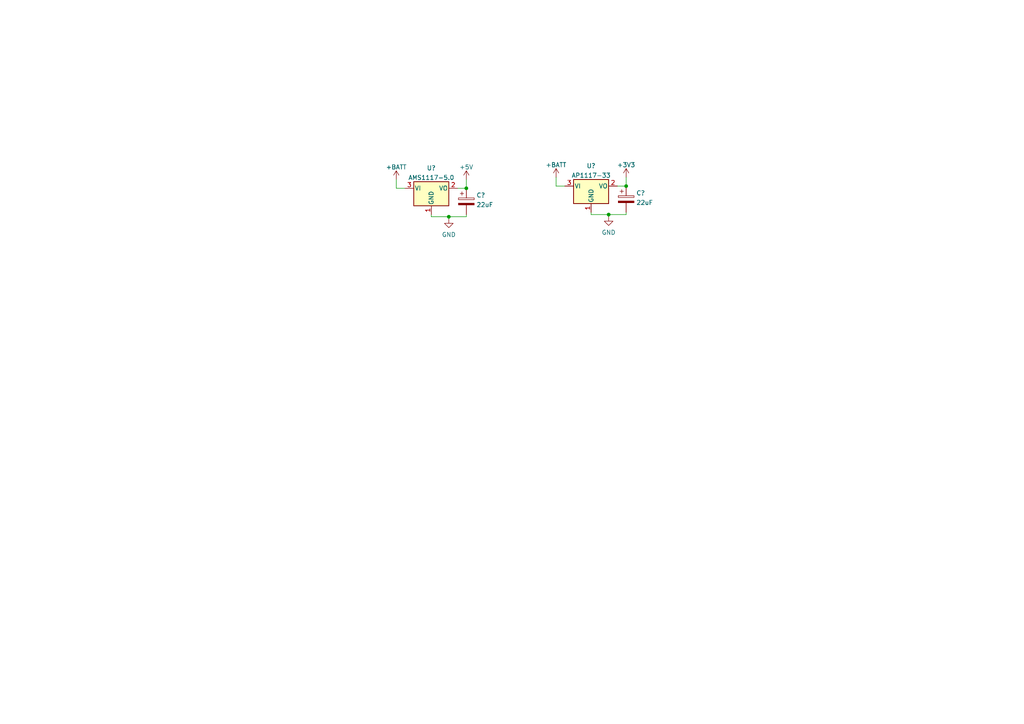
<source format=kicad_sch>
(kicad_sch (version 20211123) (generator eeschema)
  (paper "A4")
  (lib_symbols
    (symbol "Device:C_Polarized" (pin_numbers hide) (pin_names (offset 0.254))
      (property "Reference" "C" (at 0.635 2.54 0))
      (property "Value" "C_Polarized" (at 0.635 -2.54 0))
      (symbol "C_Polarized_0_1"
        (rectangle (start -2.286 0.508) (end 2.286 1.016))
        (polyline (pts (xy -1.778 2.286) (xy -0.762 2.286)))
        (polyline (pts (xy -1.27 2.794) (xy -1.27 1.778)))
        (rectangle (start 2.286 -0.508) (end -2.286 -1.016) (fill (type outline)))
      )
      (symbol "C_Polarized_1_1"
        (pin passive line (at 0 3.81 270) (length 2.794) (name "~") (number "1"))
        (pin passive line (at 0 -3.81 90) (length 2.794) (name "~") (number "2"))
      )
    )
    (symbol "Regulator_Linear:AMS1117-5.0" (pin_names (offset 0.254))
      (property "Reference" "U" (at -3.81 3.175 0))
      (property "Value" "AMS1117-5.0" (at 0 3.175 0))
      (symbol "AMS1117-5.0_0_1"
        (rectangle (start -5.08 -5.08) (end 5.08 1.905) (stroke (width 0.254)) (fill (type background)))
      )
      (symbol "AMS1117-5.0_1_1"
        (pin power_in line (at 0 -7.62 90) (length 2.54) (name "GND") (number "1"))
        (pin power_out line (at 7.62 0 180) (length 2.54) (name "VO") (number "2"))
        (pin power_in line (at -7.62 0 0) (length 2.54) (name "VI") (number "3"))
      )
    )
    (symbol "Regulator_Linear:AP1117-33" (pin_names (offset 0.254))
      (property "Reference" "U" (at -3.81 3.175 0))
      (property "Value" "AP1117-33" (at 0 3.175 0))
      (symbol "AP1117-33_0_1"
        (rectangle (start -5.08 -5.08) (end 5.08 1.905) (stroke (width 0.254)) (fill (type background)))
      )
      (symbol "AP1117-33_1_1"
        (pin power_in line (at 0 -7.62 90) (length 2.54) (name "GND") (number "1"))
        (pin power_out line (at 7.62 0 180) (length 2.54) (name "VO") (number "2"))
        (pin power_in line (at -7.62 0 0) (length 2.54) (name "VI") (number "3"))
      )
    )
    (symbol "power:+3V3" (power) (pin_names (offset 0))
      (property "Value" "+3V3" (at 0 3.556 0))
      (symbol "+3V3_0_1"
        (polyline (pts (xy -0.762 1.27) (xy 0 2.54)))
        (polyline (pts (xy 0 0) (xy 0 2.54)))
        (polyline (pts (xy 0 2.54) (xy 0.762 1.27)))
      )
      (symbol "+3V3_1_1"
        (pin power_in line (at 0 0 90) (length 0) hide (name "+3V3") (number "1"))
      )
    )
    (symbol "power:+5V" (power) (pin_names (offset 0))
      (property "Value" "+5V" (at 0 3.556 0))
      (symbol "+5V_0_1"
        (polyline (pts (xy -0.762 1.27) (xy 0 2.54)))
        (polyline (pts (xy 0 0) (xy 0 2.54)))
        (polyline (pts (xy 0 2.54) (xy 0.762 1.27)))
      )
      (symbol "+5V_1_1"
        (pin power_in line (at 0 0 90) (length 0) hide (name "+5V") (number "1"))
      )
    )
    (symbol "power:+BATT" (power) (pin_names (offset 0))
      (property "Value" "+BATT" (at 0 3.556 0))
      (symbol "+BATT_0_1"
        (polyline (pts (xy -0.762 1.27) (xy 0 2.54)))
        (polyline (pts (xy 0 0) (xy 0 2.54)))
        (polyline (pts (xy 0 2.54) (xy 0.762 1.27)))
      )
      (symbol "+BATT_1_1"
        (pin power_in line (at 0 0 90) (length 0) hide (name "+BATT") (number "1"))
      )
    )
    (symbol "power:GND" (power) (pin_names (offset 0))
      (property "Value" "GND" (at 0 -3.81 0))
      (symbol "GND_0_1"
        (polyline (pts (xy 0 0) (xy 0 -1.27) (xy 1.27 -1.27) (xy 0 -2.54) (xy -1.27 -1.27) (xy 0 -1.27)))
      )
      (symbol "GND_1_1"
        (pin power_in line (at 0 0 270) (length 0) hide (name "GND") (number "1"))
      )
    )
  )
  (junction (at 135.255 54.61))
  (junction (at 130.175 62.865))
  (junction (at 176.53 62.23))
  (junction (at 181.61 53.975))
  (wire (pts (xy 135.255 54.61) (xy 135.255 52.07)))
  (wire (pts (xy 161.29 51.435) (xy 161.29 53.975)))
  (wire (pts (xy 176.53 62.865) (xy 176.53 62.23)))
  (wire (pts (xy 125.095 62.23) (xy 125.095 62.865)))
  (wire (pts (xy 125.095 62.865) (xy 130.175 62.865)))
  (wire (pts (xy 130.175 62.865) (xy 135.255 62.865)))
  (wire (pts (xy 135.255 62.865) (xy 135.255 62.23)))
  (wire (pts (xy 181.61 53.975) (xy 179.07 53.975)))
  (wire (pts (xy 171.45 61.595) (xy 171.45 62.23)))
  (wire (pts (xy 132.715 54.61) (xy 135.255 54.61)))
  (wire (pts (xy 181.61 62.23) (xy 181.61 61.595)))
  (wire (pts (xy 161.29 53.975) (xy 163.83 53.975)))
  (wire (pts (xy 176.53 62.23) (xy 181.61 62.23)))
  (wire (pts (xy 181.61 51.435) (xy 181.61 53.975)))
  (wire (pts (xy 114.935 54.61) (xy 117.475 54.61)))
  (wire (pts (xy 171.45 62.23) (xy 176.53 62.23)))
  (wire (pts (xy 130.175 63.5) (xy 130.175 62.865)))
  (wire (pts (xy 114.935 52.07) (xy 114.935 54.61)))
  (symbol (lib_id "Device:C_Polarized") (at 135.255 58.42 0)
    (property "Reference" "C?" (at 138.176 56.6225 0) (effects (justify left)))
    (property "Value" "22uF" (at 138.176 59.3976 0) (effects (justify left)))
  )
  (symbol (lib_id "power:GND") (at 130.175 63.5 0)
    (property "Reference" "#PWR?" (effects hide))
    (property "Value" "GND" (at 130.175 68.0625 0))
  )
  (symbol (lib_id "power:+BATT") (at 114.935 52.07 0)
    (property "Reference" "#PWR?" (effects hide))
    (property "Value" "+BATT" (at 114.935 48.4655 0))
  )
  (symbol (lib_id "Device:C_Polarized") (at 181.61 57.785 0)
    (property "Reference" "C?" (at 184.531 55.9875 0) (effects (justify left)))
    (property "Value" "22uF" (at 184.531 58.7626 0) (effects (justify left)))
  )
  (symbol (lib_id "power:+BATT") (at 161.29 51.435 0)
    (property "Reference" "#PWR?" (effects hide))
    (property "Value" "+BATT" (at 161.29 47.8305 0))
  )
  (symbol (lib_id "Regulator_Linear:AMS1117-5.0") (at 125.095 54.61 0)
    (property "Reference" "U?" (at 125.095 48.7385 0))
    (property "Value" "AMS1117-5.0" (at 125.095 51.5136 0))
    (property "Footprint" "Package_TO_SOT_SMD:SOT-223-3_TabPin2" (effects hide))
    (property "Datasheet" "http://www.advanced-monolithic.com/pdf/ds1117.pdf" (effects hide))
  )
  (symbol (lib_id "power:GND") (at 176.53 62.865 0)
    (property "Reference" "#PWR?" (effects hide))
    (property "Value" "GND" (at 176.53 67.4275 0))
  )
  (symbol (lib_id "Regulator_Linear:AP1117-33") (at 171.45 53.975 0)
    (property "Reference" "U?" (at 171.45 48.1035 0))
    (property "Value" "AP1117-33" (at 171.45 50.8786 0))
    (property "Footprint" "Package_TO_SOT_SMD:SOT-223-3_TabPin2" (effects hide))
    (property "Datasheet" "http://www.diodes.com/datasheets/AP1117.pdf" (effects hide))
  )
  (symbol (lib_id "power:+3V3") (at 181.61 51.435 0)
    (property "Reference" "#PWR?" (effects hide))
    (property "Value" "+3V3" (at 181.61 47.8305 0))
  )
  (symbol (lib_id "power:+5V") (at 135.255 52.07 0)
    (property "Reference" "#PWR?" (effects hide))
    (property "Value" "+5V" (at 135.255 48.4655 0))
  )
)
</source>
